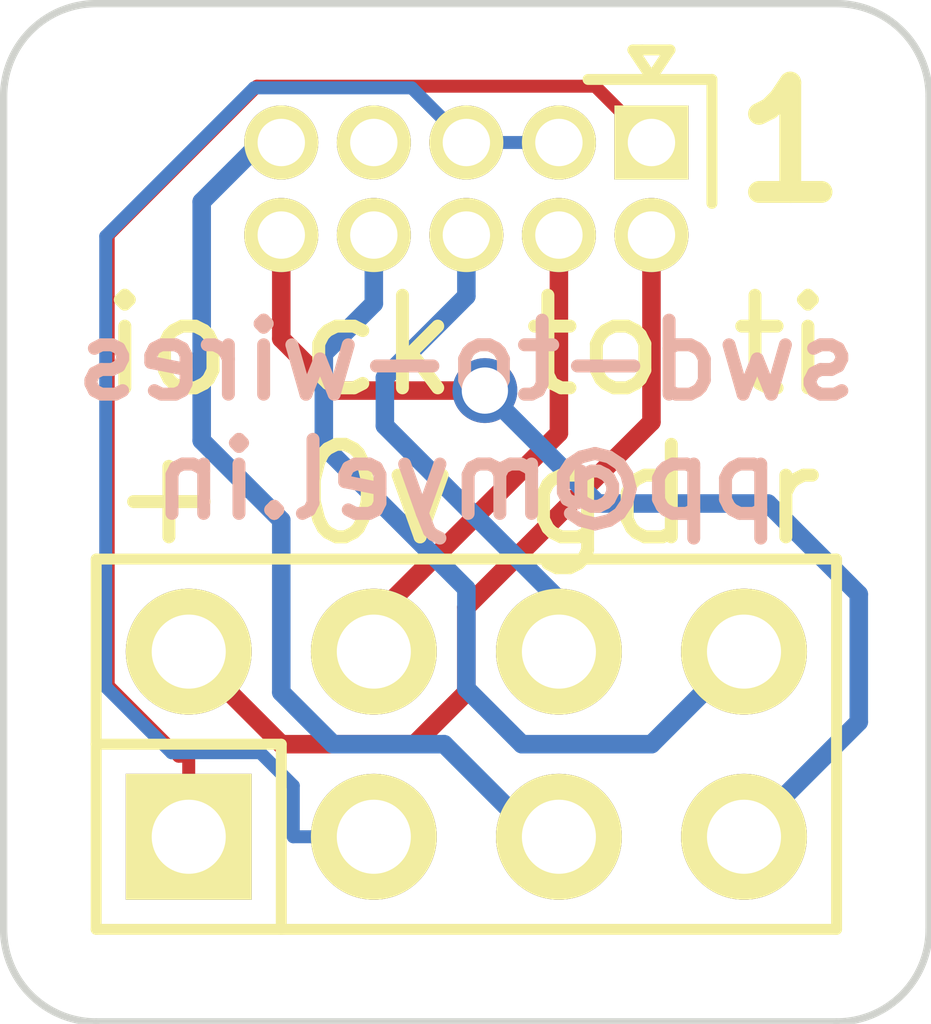
<source format=kicad_pcb>
(kicad_pcb (version 20171130) (host pcbnew "(5.1.12)-1")

  (general
    (thickness 1.6)
    (drawings 11)
    (tracks 57)
    (zones 0)
    (modules 2)
    (nets 10)
  )

  (page A4)
  (layers
    (0 F.Cu signal)
    (31 B.Cu signal)
    (32 B.Adhes user)
    (33 F.Adhes user)
    (34 B.Paste user)
    (35 F.Paste user)
    (36 B.SilkS user)
    (37 F.SilkS user)
    (38 B.Mask user)
    (39 F.Mask user)
    (40 Dwgs.User user)
    (41 Cmts.User user)
    (42 Eco1.User user)
    (43 Eco2.User user)
    (44 Edge.Cuts user)
    (45 Margin user)
    (46 B.CrtYd user)
    (47 F.CrtYd user)
    (48 B.Fab user)
    (49 F.Fab user)
  )

  (setup
    (last_trace_width 0.1778)
    (user_trace_width 0.1778)
    (user_trace_width 0.254)
    (trace_clearance 0.1524)
    (zone_clearance 0.3048)
    (zone_45_only no)
    (trace_min 0.1524)
    (via_size 0.889)
    (via_drill 0.635)
    (via_min_size 0.6858)
    (via_min_drill 0.3302)
    (uvia_size 0.508)
    (uvia_drill 0.127)
    (uvias_allowed no)
    (uvia_min_size 0.508)
    (uvia_min_drill 0.127)
    (edge_width 0.1)
    (segment_width 0.2)
    (pcb_text_width 0.3)
    (pcb_text_size 1.5 1.5)
    (mod_edge_width 0.15)
    (mod_text_size 1 1)
    (mod_text_width 0.15)
    (pad_size 1.5 1.5)
    (pad_drill 0.6)
    (pad_to_mask_clearance 0)
    (aux_axis_origin 0 0)
    (visible_elements 7FFFFFFF)
    (pcbplotparams
      (layerselection 0x010fc_80000001)
      (usegerberextensions true)
      (usegerberattributes true)
      (usegerberadvancedattributes true)
      (creategerberjobfile true)
      (excludeedgelayer true)
      (linewidth 0.100000)
      (plotframeref false)
      (viasonmask false)
      (mode 1)
      (useauxorigin false)
      (hpglpennumber 1)
      (hpglpenspeed 20)
      (hpglpendiameter 15.000000)
      (psnegative false)
      (psa4output false)
      (plotreference true)
      (plotvalue true)
      (plotinvisibletext false)
      (padsonsilk false)
      (subtractmaskfromsilk false)
      (outputformat 1)
      (mirror false)
      (drillshape 0)
      (scaleselection 1)
      (outputdirectory "gerbers/"))
  )

  (net 0 "")
  (net 1 /reset)
  (net 2 /gnddetect)
  (net 3 /tdi)
  (net 4 "Net-(CON1-Pad7)")
  (net 5 /vcc)
  (net 6 /swdio)
  (net 7 /gnd)
  (net 8 /swclk)
  (net 9 /tdo)

  (net_class Default "This is the default net class."
    (clearance 0.1524)
    (trace_width 0.1778)
    (via_dia 0.889)
    (via_drill 0.635)
    (uvia_dia 0.508)
    (uvia_drill 0.127)
    (add_net /gnd)
    (add_net /gnddetect)
    (add_net /reset)
    (add_net /swclk)
    (add_net /swdio)
    (add_net /tdi)
    (add_net /tdo)
    (add_net /vcc)
    (add_net "Net-(CON1-Pad7)")
  )

  (module Pin_Headers:Pin_Header_Straight_2x04 (layer F.Cu) (tedit 551CDC0F) (tstamp 54CC3008)
    (at 146.05 99.06)
    (descr "Through hole pin header")
    (tags "pin header")
    (path /54CC2F47)
    (fp_text reference P1 (at 15.7 -1.56) (layer F.SilkS) hide
      (effects (font (size 1 1) (thickness 0.15)))
    )
    (fp_text value CONN_02X04 (at 13.7 0.19) (layer F.SilkS) hide
      (effects (font (size 1 1) (thickness 0.15)))
    )
    (fp_line (start -5.08 2.54) (end -5.08 0) (layer F.SilkS) (width 0.15))
    (fp_line (start -2.54 0) (end -2.54 2.54) (layer F.SilkS) (width 0.15))
    (fp_line (start -5.08 0) (end -2.54 0) (layer F.SilkS) (width 0.15))
    (fp_line (start -5.08 2.54) (end -2.54 2.54) (layer F.SilkS) (width 0.15))
    (fp_line (start -5.08 -2.54) (end -5.08 0) (layer F.SilkS) (width 0.15))
    (fp_line (start 5.08 -2.54) (end -5.08 -2.54) (layer F.SilkS) (width 0.15))
    (fp_line (start 5.08 2.54) (end 5.08 -2.54) (layer F.SilkS) (width 0.15))
    (fp_line (start -2.54 2.54) (end 5.08 2.54) (layer F.SilkS) (width 0.15))
    (pad 1 thru_hole rect (at -3.81 1.27) (size 1.7272 1.7272) (drill 1.016) (layers *.Cu *.Mask F.SilkS)
      (net 5 /vcc))
    (pad 2 thru_hole oval (at -3.81 -1.27) (size 1.7272 1.7272) (drill 1.016) (layers *.Cu *.Mask F.SilkS)
      (net 6 /swdio))
    (pad 3 thru_hole oval (at -1.27 1.27) (size 1.7272 1.7272) (drill 1.016) (layers *.Cu *.Mask F.SilkS)
      (net 7 /gnd))
    (pad 4 thru_hole oval (at -1.27 -1.27) (size 1.7272 1.7272) (drill 1.016) (layers *.Cu *.Mask F.SilkS)
      (net 8 /swclk))
    (pad 5 thru_hole oval (at 1.27 1.27) (size 1.7272 1.7272) (drill 1.016) (layers *.Cu *.Mask F.SilkS)
      (net 2 /gnddetect))
    (pad 6 thru_hole oval (at 1.27 -1.27) (size 1.7272 1.7272) (drill 1.016) (layers *.Cu *.Mask F.SilkS)
      (net 9 /tdo))
    (pad 7 thru_hole oval (at 3.81 1.27) (size 1.7272 1.7272) (drill 1.016) (layers *.Cu *.Mask F.SilkS)
      (net 1 /reset))
    (pad 8 thru_hole oval (at 3.81 -1.27) (size 1.7272 1.7272) (drill 1.016) (layers *.Cu *.Mask F.SilkS)
      (net 3 /tdi))
    (model Pin_Headers/Pin_Header_Straight_2x04.wrl
      (at (xyz 0 0 0))
      (scale (xyz 1 1 1))
      (rotate (xyz 0 0 0))
    )
  )

  (module myelin-kicad:pin_array_5x2_50mil (layer F.Cu) (tedit 551CDC0D) (tstamp 54CC3024)
    (at 147.32 91.44 180)
    (descr "50-mil 2x5 pin array for SWD connector")
    (tags CONN)
    (path /54CC2F0F)
    (fp_text reference CON1 (at -13.93 2.19 180) (layer F.SilkS) hide
      (effects (font (size 1.016 1.016) (thickness 0.2032)))
    )
    (fp_text value ARM-SWD-HEADER (at -14.18 0.44 180) (layer F.SilkS) hide
      (effects (font (size 1.016 1.016) (thickness 0.2032)))
    )
    (fp_line (start -1.016 1.905) (end -1.27 1.524) (layer F.SilkS) (width 0.15))
    (fp_line (start -1.143 1.905) (end -1.016 1.905) (layer F.SilkS) (width 0.15))
    (fp_line (start -1.524 1.905) (end -1.143 1.905) (layer F.SilkS) (width 0.15))
    (fp_line (start -1.27 1.524) (end -1.524 1.905) (layer F.SilkS) (width 0.15))
    (fp_line (start -2.1 1.5) (end -0.4 1.5) (layer F.SilkS) (width 0.15))
    (fp_line (start -2.1 -0.2) (end -2.1 1.5) (layer F.SilkS) (width 0.15))
    (pad 1 thru_hole rect (at -1.27 0.635 180) (size 1.016 1.016) (drill 0.65) (layers *.Cu *.Mask F.SilkS)
      (net 5 /vcc))
    (pad 2 thru_hole circle (at -1.27 -0.635 180) (size 1.016 1.016) (drill 0.65) (layers *.Cu *.Mask F.SilkS)
      (net 6 /swdio))
    (pad 3 thru_hole circle (at 0 0.635 180) (size 1.016 1.016) (drill 0.65) (layers *.Cu *.Mask F.SilkS)
      (net 7 /gnd))
    (pad 4 thru_hole circle (at 0 -0.635 180) (size 1.016 1.016) (drill 0.65) (layers *.Cu *.Mask F.SilkS)
      (net 8 /swclk))
    (pad 5 thru_hole circle (at 1.27 0.635 180) (size 1.016 1.016) (drill 0.65) (layers *.Cu *.Mask F.SilkS)
      (net 7 /gnd))
    (pad 6 thru_hole circle (at 1.27 -0.635 180) (size 1.016 1.016) (drill 0.65) (layers *.Cu *.Mask F.SilkS)
      (net 9 /tdo))
    (pad 7 thru_hole circle (at 2.54 0.635 180) (size 1.016 1.016) (drill 0.65) (layers *.Cu *.Mask F.SilkS)
      (net 4 "Net-(CON1-Pad7)"))
    (pad 8 thru_hole circle (at 2.54 -0.635 180) (size 1.016 1.016) (drill 0.65) (layers *.Cu *.Mask F.SilkS)
      (net 3 /tdi))
    (pad 9 thru_hole circle (at 3.81 0.635 180) (size 1.016 1.016) (drill 0.65) (layers *.Cu *.Mask F.SilkS)
      (net 2 /gnddetect))
    (pad 10 thru_hole circle (at 3.81 -0.635 180) (size 1.016 1.016) (drill 0.65) (layers *.Cu *.Mask F.SilkS)
      (net 1 /reset))
    (model pin_array/pins_array_3x2.wrl
      (at (xyz 0 0 0))
      (scale (xyz 1 1 1))
      (rotate (xyz 0 0 0))
    )
  )

  (gr_text 1 (at 150.495 90.805) (layer F.SilkS)
    (effects (font (size 1.5 1.5) (thickness 0.3)))
  )
  (gr_text "swd-to-wires\npp@myel.in" (at 146.05 94.615) (layer B.SilkS)
    (effects (font (size 1.016 1.016) (thickness 0.1778)) (justify mirror))
  )
  (gr_text "io ck to ti\n+ 0v gd r" (at 146.05 94.615) (layer F.SilkS)
    (effects (font (size 1.27 1.27) (thickness 0.1778)))
  )
  (gr_line (start 139.7 101.6) (end 139.7 90.17) (angle 90) (layer Edge.Cuts) (width 0.1))
  (gr_line (start 151.13 102.87) (end 140.97 102.87) (angle 90) (layer Edge.Cuts) (width 0.1))
  (gr_line (start 152.4 90.17) (end 152.4 101.6) (angle 90) (layer Edge.Cuts) (width 0.1))
  (gr_line (start 140.97 88.9) (end 151.13 88.9) (angle 90) (layer Edge.Cuts) (width 0.1))
  (gr_arc (start 151.13 101.6) (end 152.4 101.6) (angle 90) (layer Edge.Cuts) (width 0.1))
  (gr_arc (start 140.97 101.6) (end 140.97 102.87) (angle 90) (layer Edge.Cuts) (width 0.1))
  (gr_arc (start 140.97 90.17) (end 139.7 90.17) (angle 90) (layer Edge.Cuts) (width 0.1))
  (gr_arc (start 151.13 90.17) (end 151.13 88.9) (angle 90) (layer Edge.Cuts) (width 0.1))

  (segment (start 143.51 92.075) (end 143.51 93.4974) (width 0.254) (layer F.Cu) (net 1))
  (segment (start 143.51 93.4974) (end 144.221 94.2086) (width 0.254) (layer F.Cu) (net 1))
  (segment (start 144.221 94.2086) (end 146.304 94.2086) (width 0.254) (layer F.Cu) (net 1))
  (segment (start 146.304 94.2086) (end 147.853 95.758) (width 0.254) (layer B.Cu) (net 1))
  (segment (start 147.853 95.758) (end 150.19 95.758) (width 0.254) (layer B.Cu) (net 1))
  (segment (start 150.19 95.758) (end 151.435 97.0026) (width 0.254) (layer B.Cu) (net 1))
  (segment (start 151.435 97.0026) (end 151.435 98.7552) (width 0.254) (layer B.Cu) (net 1))
  (segment (start 151.435 98.7552) (end 149.86 100.33) (width 0.254) (layer B.Cu) (net 1))
  (via (at 146.304 94.2086) (size 0.889) (layers F.Cu B.Cu) (net 1))
  (segment (start 143.51 90.805) (end 143.231 90.805) (width 0.254) (layer B.Cu) (net 2))
  (segment (start 143.231 90.805) (end 142.418 91.6178) (width 0.254) (layer B.Cu) (net 2))
  (segment (start 142.418 91.6178) (end 142.418 94.8944) (width 0.254) (layer B.Cu) (net 2))
  (segment (start 142.418 94.8944) (end 143.51 95.9866) (width 0.254) (layer B.Cu) (net 2))
  (segment (start 143.51 95.9866) (end 143.51 98.3488) (width 0.254) (layer B.Cu) (net 2))
  (segment (start 143.51 98.3488) (end 144.221 99.06) (width 0.254) (layer B.Cu) (net 2))
  (segment (start 144.221 99.06) (end 145.745 99.06) (width 0.254) (layer B.Cu) (net 2))
  (segment (start 145.745 99.06) (end 147.015 100.33) (width 0.254) (layer B.Cu) (net 2))
  (segment (start 147.015 100.33) (end 147.32 100.33) (width 0.254) (layer B.Cu) (net 2))
  (segment (start 144.78 92.075) (end 144.78 93.0148) (width 0.254) (layer B.Cu) (net 3))
  (segment (start 144.78 93.0148) (end 144.094 93.7006) (width 0.254) (layer B.Cu) (net 3))
  (segment (start 144.094 93.7006) (end 144.094 94.9706) (width 0.254) (layer B.Cu) (net 3))
  (segment (start 144.094 94.9706) (end 146.05 96.9264) (width 0.254) (layer B.Cu) (net 3))
  (segment (start 146.05 96.9264) (end 146.05 98.298) (width 0.254) (layer B.Cu) (net 3))
  (segment (start 146.05 98.298) (end 146.812 99.06) (width 0.254) (layer B.Cu) (net 3))
  (segment (start 146.812 99.06) (end 148.59 99.06) (width 0.254) (layer B.Cu) (net 3))
  (segment (start 148.59 99.06) (end 149.86 97.79) (width 0.254) (layer B.Cu) (net 3))
  (segment (start 142.24 100.33) (end 142.24 99.225) (width 0.1778) (layer F.Cu) (net 5))
  (segment (start 148.59 90.805) (end 147.8175 90.0325) (width 0.1778) (layer F.Cu) (net 5))
  (segment (start 147.8175 90.0325) (end 143.1779 90.0325) (width 0.1778) (layer F.Cu) (net 5))
  (segment (start 143.1779 90.0325) (end 141.135 92.0754) (width 0.1778) (layer F.Cu) (net 5))
  (segment (start 141.135 92.0754) (end 141.135 98.2582) (width 0.1778) (layer F.Cu) (net 5))
  (segment (start 141.135 98.2582) (end 142.1018 99.225) (width 0.1778) (layer F.Cu) (net 5))
  (segment (start 142.1018 99.225) (end 142.24 99.225) (width 0.1778) (layer F.Cu) (net 5))
  (segment (start 148.59 92.075) (end 148.59 94.6404) (width 0.254) (layer F.Cu) (net 6))
  (segment (start 148.59 94.6404) (end 146.05 97.1804) (width 0.254) (layer F.Cu) (net 6))
  (segment (start 146.05 97.1804) (end 146.05 98.3488) (width 0.254) (layer F.Cu) (net 6))
  (segment (start 146.05 98.3488) (end 145.339 99.06) (width 0.254) (layer F.Cu) (net 6))
  (segment (start 145.339 99.06) (end 143.51 99.06) (width 0.254) (layer F.Cu) (net 6))
  (segment (start 143.51 99.06) (end 142.24 97.79) (width 0.254) (layer F.Cu) (net 6))
  (segment (start 146.05 90.805) (end 145.3003 90.0553) (width 0.1778) (layer B.Cu) (net 7))
  (segment (start 145.3003 90.0553) (end 143.137 90.0553) (width 0.1778) (layer B.Cu) (net 7))
  (segment (start 143.137 90.0553) (end 141.1011 92.0912) (width 0.1778) (layer B.Cu) (net 7))
  (segment (start 141.1011 92.0912) (end 141.1011 98.2733) (width 0.1778) (layer B.Cu) (net 7))
  (segment (start 141.1011 98.2733) (end 142.0047 99.1769) (width 0.1778) (layer B.Cu) (net 7))
  (segment (start 142.0047 99.1769) (end 143.2225 99.1769) (width 0.1778) (layer B.Cu) (net 7))
  (segment (start 143.2225 99.1769) (end 143.675 99.6294) (width 0.1778) (layer B.Cu) (net 7))
  (segment (start 143.675 99.6294) (end 143.675 100.33) (width 0.1778) (layer B.Cu) (net 7))
  (segment (start 146.05 90.805) (end 147.32 90.805) (width 0.1778) (layer B.Cu) (net 7))
  (segment (start 144.78 100.33) (end 143.675 100.33) (width 0.1778) (layer B.Cu) (net 7))
  (segment (start 147.32 92.075) (end 147.32 94.7928) (width 0.254) (layer F.Cu) (net 8))
  (segment (start 147.32 94.7928) (end 144.78 97.3328) (width 0.254) (layer F.Cu) (net 8))
  (segment (start 144.78 97.3328) (end 144.78 97.79) (width 0.254) (layer F.Cu) (net 8))
  (segment (start 146.05 92.075) (end 146.05 92.9132) (width 0.254) (layer B.Cu) (net 9))
  (segment (start 146.05 92.9132) (end 144.932 94.0308) (width 0.254) (layer B.Cu) (net 9))
  (segment (start 144.932 94.0308) (end 144.932 94.6912) (width 0.254) (layer B.Cu) (net 9))
  (segment (start 144.932 94.6912) (end 147.32 97.0788) (width 0.254) (layer B.Cu) (net 9))
  (segment (start 147.32 97.0788) (end 147.32 97.79) (width 0.254) (layer B.Cu) (net 9))

)

</source>
